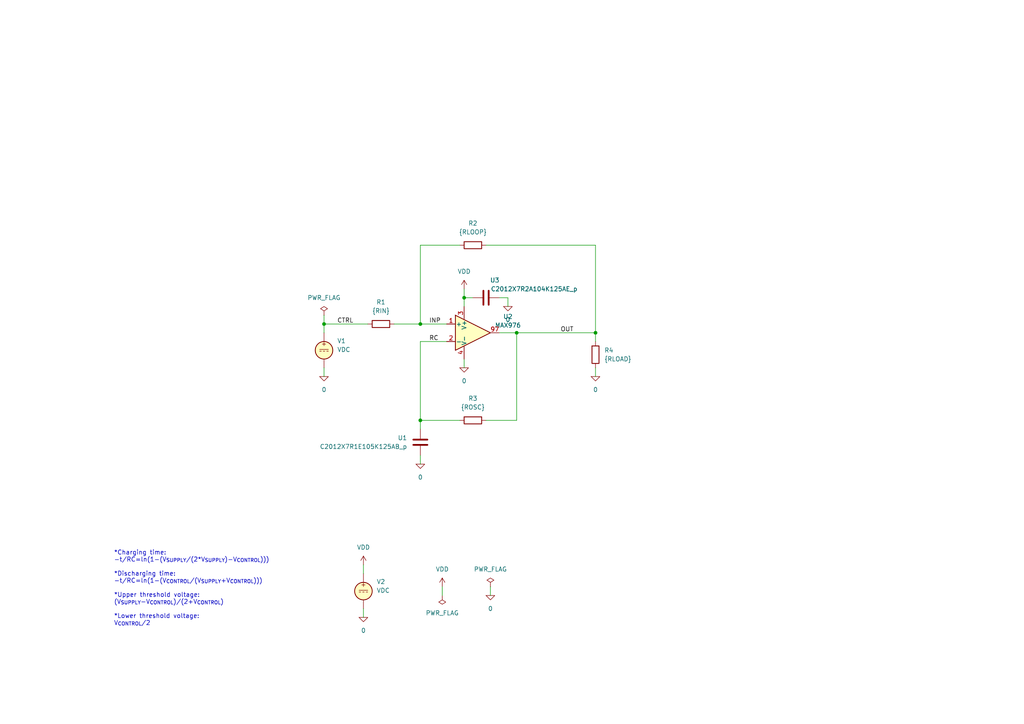
<source format=kicad_sch>
(kicad_sch (version 20211123) (generator eeschema)
  (paper "A4")
  (title_block (title "PWM generator with analog control") (date "2023-04-07") (rev "1") (company "astroelectronic@") (comment 1 "-") (comment 2 "-") (comment 3 "-") (comment 4 "AE01010976"))
  (lib_symbols
    (symbol "Device:C" (pin_numbers hide) (pin_names (offset 0.254))
      (property "Reference" "C" (at 0.635 2.54 0))
      (property "Value" "C" (at 0.635 -2.54 0))
      (symbol "C_0_1"
        (polyline (pts (xy -2.032 -0.762) (xy 2.032 -0.762)) (stroke (width 0.508)))
        (polyline (pts (xy -2.032 0.762) (xy 2.032 0.762)) (stroke (width 0.508)))
      )
      (symbol "C_1_1"
        (pin passive line (at 0 3.81 270) (length 2.794) (name "~") (number "1"))
        (pin passive line (at 0 -3.81 90) (length 2.794) (name "~") (number "2"))
      )
    )
    (symbol "Device:R" (pin_numbers hide) (pin_names (offset 0))
      (property "Reference" "R" (at 2.032 0 90))
      (property "Value" "R" (at 0 0 90))
      (symbol "R_0_1"
        (rectangle (start -1.016 -2.54) (end 1.016 2.54) (stroke (width 0.254)))
      )
      (symbol "R_1_1"
        (pin passive line (at 0 3.81 270) (length 1.27) (name "~") (number "1"))
        (pin passive line (at 0 -3.81 90) (length 1.27) (name "~") (number "2"))
      )
    )
    (symbol "MAX976:MAX976" (pin_names (offset 0.127))
      (property "Reference" "U" (at 3.81 6.35 0))
      (property "Value" "MAX976" (at 3.81 3.81 0))
      (symbol "MAX976_0_1"
        (polyline (pts (xy -5.08 5.08) (xy -5.08 -5.08) (xy 5.08 0) (xy -5.08 5.08)) (stroke (width 0.254)) (fill (type background)))
      )
      (symbol "MAX976_1_1"
        (pin passive line (at -7.62 2.54 0) (length 2.54) (name "+") (number "1"))
        (pin passive line (at -7.62 -2.54 0) (length 2.54) (name "-") (number "2"))
        (pin passive line (at -2.54 7.62 270) (length 3.81) (name "V+") (number "3"))
        (pin passive line (at -2.54 -7.62 90) (length 3.81) (name "V-") (number "4"))
        (pin passive line (at 7.62 0 180) (length 2.54) (name "~") (number "97"))
      )
    )
    (symbol "Simulation_SPICE:VDC" (pin_numbers hide) (pin_names (offset 0.0254))
      (property "Reference" "V" (at 2.54 2.54 0))
      (property "Value" "VDC" (at 2.54 0 0))
      (property "Spice_Model" "dc(1)" (at 2.54 -2.54 0))
      (symbol "VDC_0_0"
        (polyline (pts (xy -1.27 0.254) (xy 1.27 0.254)))
        (polyline (pts (xy -0.762 -0.254) (xy -1.27 -0.254)))
        (polyline (pts (xy 0.254 -0.254) (xy -0.254 -0.254)))
        (polyline (pts (xy 1.27 -0.254) (xy 0.762 -0.254)))
        (text "+" (at 0 1.905 0) (effects (font (size 1.27 1.27))))
      )
      (symbol "VDC_0_1"
        (circle (center 0 0) (radius 2.54) (stroke (width 0.254)) (fill (type background)))
      )
      (symbol "VDC_1_1"
        (pin passive line (at 0 5.08 270) (length 2.54) (name "~") (number "1"))
        (pin passive line (at 0 -5.08 90) (length 2.54) (name "~") (number "2"))
      )
    )
    (symbol "power:PWR_FLAG" (power) (pin_numbers hide) (pin_names (offset 0) hide)
      (property "Value" "PWR_FLAG" (at 0 3.81 0))
      (symbol "PWR_FLAG_0_0"
        (pin power_out line (at 0 0 90) (length 0) (name "pwr") (number "1"))
      )
      (symbol "PWR_FLAG_0_1"
        (polyline (pts (xy 0 0) (xy 0 1.27) (xy -1.016 1.905) (xy 0 2.54) (xy 1.016 1.905) (xy 0 1.27)))
      )
    )
    (symbol "power:VDD" (power) (pin_names (offset 0))
      (property "Value" "VDD" (at 0 3.81 0))
      (symbol "VDD_0_1"
        (polyline (pts (xy -0.762 1.27) (xy 0 2.54)))
        (polyline (pts (xy 0 0) (xy 0 2.54)))
        (polyline (pts (xy 0 2.54) (xy 0.762 1.27)))
      )
      (symbol "VDD_1_1"
        (pin power_in line (at 0 0 90) (length 0) hide (name "VDD") (number "1"))
      )
    )
    (symbol "pspice:0" (power) (pin_names (offset 0))
      (property "Value" "0" (at 0 -1.778 0))
      (symbol "0_0_1"
        (polyline (pts (xy -1.27 0) (xy 0 -1.27) (xy 1.27 0) (xy -1.27 0)))
      )
      (symbol "0_1_1"
        (pin power_in line (at 0 0 0) (length 0) hide (name "0") (number "1"))
      )
    )
  )
  (junction (at 149.86 96.52))
  (junction (at 121.92 121.92))
  (junction (at 121.92 93.98))
  (junction (at 93.98 93.98))
  (junction (at 134.62 86.36))
  (junction (at 172.72 96.52))
  (wire (pts (xy 172.72 96.52) (xy 172.72 99.06)))
  (wire (pts (xy 114.3 93.98) (xy 121.92 93.98)))
  (wire (pts (xy 121.92 99.06) (xy 129.54 99.06)))
  (wire (pts (xy 121.92 132.08) (xy 121.92 134.62)))
  (wire (pts (xy 147.32 86.36) (xy 147.32 88.9)))
  (wire (pts (xy 172.72 106.68) (xy 172.72 109.22)))
  (wire (pts (xy 134.62 86.36) (xy 137.16 86.36)))
  (wire (pts (xy 128.27 170.18) (xy 128.27 172.72)))
  (wire (pts (xy 134.62 83.82) (xy 134.62 86.36)))
  (wire (pts (xy 121.92 121.92) (xy 121.92 124.46)))
  (wire (pts (xy 144.78 96.52) (xy 149.86 96.52)))
  (wire (pts (xy 121.92 121.92) (xy 133.35 121.92)))
  (wire (pts (xy 105.41 176.53) (xy 105.41 179.07)))
  (wire (pts (xy 140.97 71.12) (xy 172.72 71.12)))
  (wire (pts (xy 134.62 104.14) (xy 134.62 106.68)))
  (wire (pts (xy 172.72 71.12) (xy 172.72 96.52)))
  (wire (pts (xy 121.92 93.98) (xy 129.54 93.98)))
  (wire (pts (xy 149.86 96.52) (xy 172.72 96.52)))
  (wire (pts (xy 134.62 88.9) (xy 134.62 86.36)))
  (wire (pts (xy 105.41 163.83) (xy 105.41 166.37)))
  (wire (pts (xy 140.97 121.92) (xy 149.86 121.92)))
  (wire (pts (xy 93.98 91.44) (xy 93.98 93.98)))
  (wire (pts (xy 93.98 93.98) (xy 106.68 93.98)))
  (wire (pts (xy 93.98 93.98) (xy 93.98 96.52)))
  (wire (pts (xy 121.92 71.12) (xy 133.35 71.12)))
  (wire (pts (xy 144.78 86.36) (xy 147.32 86.36)))
  (wire (pts (xy 93.98 106.68) (xy 93.98 109.22)))
  (wire (pts (xy 149.86 96.52) (xy 149.86 121.92)))
  (wire (pts (xy 142.24 170.18) (xy 142.24 172.72)))
  (wire (pts (xy 121.92 93.98) (xy 121.92 71.12)))
  (wire (pts (xy 121.92 121.92) (xy 121.92 99.06)))
  (text "*Charging time:\n-t/RC=ln(1-(V_{SUPPLY}/(2*V_{SUPPLY})-V_{CONTROL})))\n\n*Discharging time:\n-t/RC=ln(1-(V_{CONTROL}/(V_{SUPPLY}+V_{CONTROL})))\n\n*Upper threshold voltage:\n(V_{SUPPLY}-V_{CONTROL})/(2+V_{CONTROL})\n\n*Lower threshold voltage:\nV_{CONTROL}/2" (at 33.02 181.61 0) (effects (font (size 1.27 1.27)) (justify left bottom)))
  (label "INP" (at 124.46 93.98 0))
  (label "RC" (at 124.46 99.06 0))
  (label "CTRL" (at 97.79 93.98 0))
  (label "OUT" (at 162.56 96.52 0))
  (symbol (lib_id "pspice:0") (at 93.98 109.22 0) (unit 1)
    (property "Reference" "#GND0107" (effects hide))
    (property "Value" "0" (at 93.98 113.03 0))
  )
  (symbol (lib_id "MAX976:MAX976") (at 137.16 96.52 0) (unit 1)
    (property "Reference" "U2" (at 147.32 91.821 0))
    (property "Value" "MAX976" (at 147.32 94.361 0))
    (property "Datasheet" "https://datasheets.maximintegrated.com/en/ds/MAX976-MAX998.pdf" (effects hide))
    (property "Spice_Primitive" "X" (effects hide))
    (property "Spice_Model" "max976" (effects hide))
    (property "Spice_Netlist_Enabled" "Y" (effects hide))
    (property "Spice_Lib_File" "model/max976.fam" (effects hide))
  )
  (symbol (lib_id "power:VDD") (at 128.27 170.18 0) (unit 1)
    (property "Reference" "#PWR02" (effects hide))
    (property "Value" "VDD" (at 128.27 165.1 0))
  )
  (symbol (lib_id "power:VDD") (at 134.62 83.82 0) (unit 1)
    (property "Reference" "#PWR03" (effects hide))
    (property "Value" "VDD" (at 134.62 78.74 0))
  )
  (symbol (lib_id "power:PWR_FLAG") (at 142.24 170.18 0) (unit 1)
    (property "Reference" "#FLG0101" (effects hide))
    (property "Value" "PWR_FLAG" (at 142.24 165.1 0))
  )
  (symbol (lib_id "Device:R") (at 137.16 121.92 90) (unit 1)
    (property "Reference" "R3" (at 137.16 115.57 90))
    (property "Value" "{ROSC}" (at 137.16 118.11 90))
  )
  (symbol (lib_id "pspice:0") (at 142.24 172.72 0) (unit 1)
    (property "Reference" "#GND0105" (effects hide))
    (property "Value" "0" (at 142.24 176.53 0))
  )
  (symbol (lib_id "Device:R") (at 137.16 71.12 90) (unit 1)
    (property "Reference" "R2" (at 137.16 64.77 90))
    (property "Value" "{RLOOP}" (at 137.16 67.31 90))
  )
  (symbol (lib_id "Device:C") (at 140.97 86.36 90) (unit 1)
    (property "Reference" "U3" (at 143.51 81.28 90))
    (property "Value" "C2012X7R2A104K125AE_p" (at 154.94 83.82 90))
    (property "Spice_Primitive" "X" (effects hide))
    (property "Spice_Model" "C2012X7R2A104K125AE_p" (effects hide))
    (property "Spice_Netlist_Enabled" "Y" (effects hide))
    (property "Spice_Lib_File" "model/C2012X7R2A104K125AE_p.mod" (effects hide))
  )
  (symbol (lib_id "Simulation_SPICE:VDC") (at 105.41 171.45 0) (unit 1)
    (property "Reference" "V2" (at 109.22 168.7201 0) (effects (justify left)))
    (property "Value" "VDC" (at 109.22 171.2601 0) (effects (justify left)))
    (property "Spice_Netlist_Enabled" "Y" (effects hide))
    (property "Spice_Primitive" "V" (effects hide))
    (property "Spice_Model" "{VSUPPLY}" (at 109.22 173.8001 0) (effects (justify left)))
  )
  (symbol (lib_id "pspice:0") (at 105.41 179.07 0) (unit 1)
    (property "Reference" "#GND0103" (effects hide))
    (property "Value" "0" (at 105.41 182.88 0))
  )
  (symbol (lib_id "Device:R") (at 172.72 102.87 0) (unit 1)
    (property "Reference" "R4" (at 175.26 101.5999 0) (effects (justify left)))
    (property "Value" "{RLOAD}" (at 175.26 104.1399 0) (effects (justify left)))
  )
  (symbol (lib_id "Device:C") (at 121.92 128.27 0) (unit 1)
    (property "Reference" "U1" (at 118.11 126.9999 0) (effects (justify right)))
    (property "Value" "C2012X7R1E105K125AB_p" (at 118.11 129.5399 0) (effects (justify right)))
    (property "Spice_Primitive" "X" (effects hide))
    (property "Spice_Model" "C2012X7R1E105K125AB_p" (effects hide))
    (property "Spice_Netlist_Enabled" "Y" (effects hide))
    (property "Spice_Lib_File" "model/C2012X7R1E105K125AB_p.mod" (effects hide))
  )
  (symbol (lib_id "Device:R") (at 110.49 93.98 90) (unit 1)
    (property "Reference" "R1" (at 110.49 87.63 90))
    (property "Value" "{RIN}" (at 110.49 90.17 90))
  )
  (symbol (lib_id "power:VDD") (at 105.41 163.83 0) (unit 1)
    (property "Reference" "#PWR01" (effects hide))
    (property "Value" "VDD" (at 105.41 158.75 0))
  )
  (symbol (lib_id "power:PWR_FLAG") (at 93.98 91.44 0) (unit 1)
    (property "Reference" "#FLG02" (effects hide))
    (property "Value" "PWR_FLAG" (at 93.98 86.36 0))
  )
  (symbol (lib_id "power:PWR_FLAG") (at 128.27 172.72 180) (unit 1)
    (property "Reference" "#FLG01" (effects hide))
    (property "Value" "PWR_FLAG" (at 128.27 177.8 0))
  )
  (symbol (lib_id "pspice:0") (at 121.92 134.62 0) (unit 1)
    (property "Reference" "#GND0106" (effects hide))
    (property "Value" "0" (at 121.92 138.43 0))
  )
  (symbol (lib_id "pspice:0") (at 134.62 106.68 0) (unit 1)
    (property "Reference" "#GND0104" (effects hide))
    (property "Value" "0" (at 134.62 110.49 0))
  )
  (symbol (lib_id "pspice:0") (at 147.32 88.9 0) (unit 1)
    (property "Reference" "#GND0101" (effects hide))
    (property "Value" "0" (at 147.32 92.71 0))
  )
  (symbol (lib_id "pspice:0") (at 172.72 109.22 0) (unit 1)
    (property "Reference" "#GND0102" (effects hide))
    (property "Value" "0" (at 172.72 113.03 0))
  )
  (symbol (lib_id "Simulation_SPICE:VDC") (at 93.98 101.6 0) (unit 1)
    (property "Reference" "V1" (at 97.79 98.8701 0) (effects (justify left)))
    (property "Value" "VDC" (at 97.79 101.4101 0) (effects (justify left)))
    (property "Spice_Netlist_Enabled" "Y" (effects hide))
    (property "Spice_Primitive" "V" (effects hide))
    (property "Spice_Model" "{VCTRL}" (at 97.79 103.9501 0) (effects (justify left)))
  )
)
</source>
